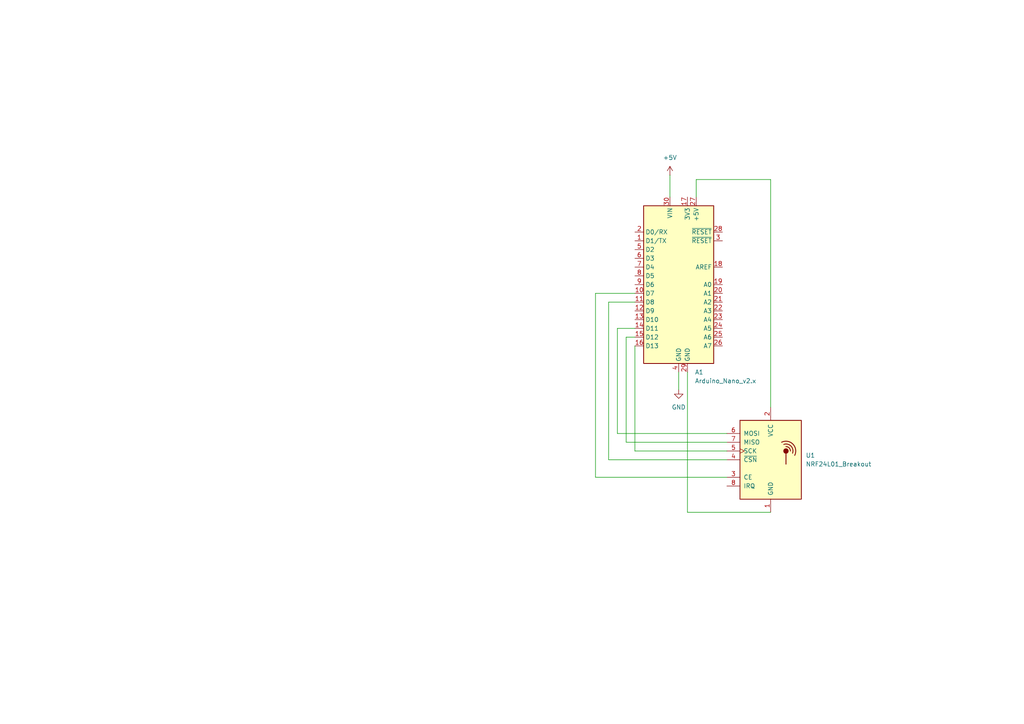
<source format=kicad_sch>
(kicad_sch (version 20250114) (generator "eeschema") (generator_version "9.0")
  (paper "A4")
  (lib_symbols
    (symbol "MCU_Module:Arduino_Nano_v2.x"
      (property "Reference" "A" (at -10.16 23.495 0))
      (property "Value" "Arduino_Nano_v2.x" (at 5.08 -24.13 0))
      (symbol "Arduino_Nano_v2.x_0_1"
        (rectangle (start -10.16 22.86) (end 10.16 -22.86) (stroke (width 0.254)) (fill (type background)))
      )
      (symbol "Arduino_Nano_v2.x_1_1"
        (pin bidirectional line (at -12.7 15.24 0) (length 2.54) (name "D0/RX") (number "2"))
        (pin bidirectional line (at -12.7 12.7 0) (length 2.54) (name "D1/TX") (number "1"))
        (pin bidirectional line (at -12.7 10.16 0) (length 2.54) (name "D2") (number "5"))
        (pin bidirectional line (at -12.7 7.62 0) (length 2.54) (name "D3") (number "6"))
        (pin bidirectional line (at -12.7 5.08 0) (length 2.54) (name "D4") (number "7"))
        (pin bidirectional line (at -12.7 2.54 0) (length 2.54) (name "D5") (number "8"))
        (pin bidirectional line (at -12.7 0 0) (length 2.54) (name "D6") (number "9"))
        (pin bidirectional line (at -12.7 -2.54 0) (length 2.54) (name "D7") (number "10"))
        (pin bidirectional line (at -12.7 -5.08 0) (length 2.54) (name "D8") (number "11"))
        (pin bidirectional line (at -12.7 -7.62 0) (length 2.54) (name "D9") (number "12"))
        (pin bidirectional line (at -12.7 -10.16 0) (length 2.54) (name "D10") (number "13"))
        (pin bidirectional line (at -12.7 -12.7 0) (length 2.54) (name "D11") (number "14"))
        (pin bidirectional line (at -12.7 -15.24 0) (length 2.54) (name "D12") (number "15"))
        (pin bidirectional line (at -12.7 -17.78 0) (length 2.54) (name "D13") (number "16"))
        (pin power_in line (at -2.54 25.4 270) (length 2.54) (name "VIN") (number "30"))
        (pin power_in line (at 0 -25.4 90) (length 2.54) (name "GND") (number "4"))
        (pin power_out line (at 2.54 25.4 270) (length 2.54) (name "3V3") (number "17"))
        (pin power_in line (at 2.54 -25.4 90) (length 2.54) (name "GND") (number "29"))
        (pin power_out line (at 5.08 25.4 270) (length 2.54) (name "+5V") (number "27"))
        (pin input line (at 12.7 15.24 180) (length 2.54) (name "~{RESET}") (number "28"))
        (pin input line (at 12.7 12.7 180) (length 2.54) (name "~{RESET}") (number "3"))
        (pin input line (at 12.7 5.08 180) (length 2.54) (name "AREF") (number "18"))
        (pin bidirectional line (at 12.7 0 180) (length 2.54) (name "A0") (number "19"))
        (pin bidirectional line (at 12.7 -2.54 180) (length 2.54) (name "A1") (number "20"))
        (pin bidirectional line (at 12.7 -5.08 180) (length 2.54) (name "A2") (number "21"))
        (pin bidirectional line (at 12.7 -7.62 180) (length 2.54) (name "A3") (number "22"))
        (pin bidirectional line (at 12.7 -10.16 180) (length 2.54) (name "A4") (number "23"))
        (pin bidirectional line (at 12.7 -12.7 180) (length 2.54) (name "A5") (number "24"))
        (pin bidirectional line (at 12.7 -15.24 180) (length 2.54) (name "A6") (number "25"))
        (pin bidirectional line (at 12.7 -17.78 180) (length 2.54) (name "A7") (number "26"))
      )
    )
    (symbol "RF:NRF24L01_Breakout" (pin_names (offset 1.016))
      (property "Reference" "U" (at -8.89 12.7 0))
      (property "Value" "NRF24L01_Breakout" (at 3.81 12.7 0))
      (symbol "NRF24L01_Breakout_0_1"
        (rectangle (start -8.89 11.43) (end 8.89 -11.43) (stroke (width 0.254)) (fill (type background)))
        (arc (start 3.175 5.08) (mid 6.453 4.548) (end 6.985 1.27) (stroke (width 0.254)))
        (circle (center 4.445 2.54) (radius 0.635) (stroke (width 0.254)) (fill (type outline)))
        (polyline (pts (xy 4.445 1.905) (xy 4.445 -1.27)) (stroke (width 0.254)))
        (arc (start 3.81 4.445) (mid 5.8835 3.9785) (end 6.35 1.905) (stroke (width 0.254)))
        (arc (start 4.445 3.81) (mid 5.3558 3.4508) (end 5.715 2.54) (stroke (width 0.254)))
      )
      (symbol "NRF24L01_Breakout_1_1"
        (pin input line (at -12.7 7.62 0) (length 3.81) (name "MOSI") (number "6"))
        (pin output line (at -12.7 5.08 0) (length 3.81) (name "MISO") (number "7"))
        (pin input clock (at -12.7 2.54 0) (length 3.81) (name "SCK") (number "5"))
        (pin input line (at -12.7 0 0) (length 3.81) (name "~{CSN}") (number "4"))
        (pin input line (at -12.7 -5.08 0) (length 3.81) (name "CE") (number "3"))
        (pin output line (at -12.7 -7.62 0) (length 3.81) (name "IRQ") (number "8"))
        (pin power_in line (at 0 15.24 270) (length 3.81) (name "VCC") (number "2"))
        (pin power_in line (at 0 -15.24 90) (length 3.81) (name "GND") (number "1"))
      )
    )
    (symbol "power:+5V" (power) (pin_numbers (hide yes)) (pin_names (offset 0) (hide yes))
      (property "Value" "+5V" (at 0 3.556 0))
      (symbol "+5V_0_1"
        (polyline (pts (xy -0.762 1.27) (xy 0 2.54)))
        (polyline (pts (xy 0 2.54) (xy 0.762 1.27)))
        (polyline (pts (xy 0 0) (xy 0 2.54)))
      )
      (symbol "+5V_1_1"
        (pin power_in line (at 0 0 90) (length 0) (name "~") (number "1"))
      )
    )
    (symbol "power:GND" (power) (pin_numbers (hide yes)) (pin_names (offset 0) (hide yes))
      (property "Value" "GND" (at 0 -3.81 0))
      (symbol "GND_0_1"
        (polyline (pts (xy 0 0) (xy 0 -1.27) (xy 1.27 -1.27) (xy 0 -2.54) (xy -1.27 -1.27) (xy 0 -1.27)))
      )
      (symbol "GND_1_1"
        (pin power_in line (at 0 0 270) (length 0) (name "~") (number "1"))
      )
    )
  )
  (wire (pts (xy 210.82 130.81) (xy 184.15 130.81)))
  (wire (pts (xy 179.07 125.73) (xy 179.07 95.25)))
  (wire (pts (xy 196.85 107.95) (xy 196.85 113.03)))
  (wire (pts (xy 210.82 128.27) (xy 181.61 128.27)))
  (wire (pts (xy 210.82 138.43) (xy 172.72 138.43)))
  (wire (pts (xy 184.15 100.33) (xy 184.15 130.81)))
  (wire (pts (xy 172.72 138.43) (xy 172.72 85.09)))
  (wire (pts (xy 199.39 107.95) (xy 199.39 148.59)))
  (wire (pts (xy 181.61 97.79) (xy 184.15 97.79)))
  (wire (pts (xy 176.53 133.35) (xy 176.53 87.63)))
  (wire (pts (xy 210.82 125.73) (xy 179.07 125.73)))
  (wire (pts (xy 194.31 50.8) (xy 194.31 57.15)))
  (wire (pts (xy 201.93 57.15) (xy 201.93 52.07)))
  (wire (pts (xy 172.72 85.09) (xy 184.15 85.09)))
  (wire (pts (xy 210.82 133.35) (xy 176.53 133.35)))
  (wire (pts (xy 179.07 95.25) (xy 184.15 95.25)))
  (wire (pts (xy 201.93 52.07) (xy 223.52 52.07)))
  (wire (pts (xy 181.61 128.27) (xy 181.61 97.79)))
  (wire (pts (xy 199.39 148.59) (xy 223.52 148.59)))
  (wire (pts (xy 176.53 87.63) (xy 184.15 87.63)))
  (wire (pts (xy 223.52 52.07) (xy 223.52 118.11)))
  (symbol (lib_id "power:GND") (at 196.85 113.03 0) (unit 1)
    (property "Reference" "#PWR02" (effects (hide yes)))
    (property "Value" "GND" (at 196.85 118.11 0))
    (property "Description" "Power symbol creates a global label with name \"GND\" , ground" (effects (hide yes)))
  )
  (symbol (lib_id "power:+5V") (at 194.31 50.8 0) (unit 1)
    (property "Reference" "#PWR01" (effects (hide yes)))
    (property "Value" "+5V" (at 194.31 45.72 0))
    (property "Description" "Power symbol creates a global label with name \"+5V\"" (effects (hide yes)))
  )
  (symbol (lib_id "MCU_Module:Arduino_Nano_v2.x") (at 196.85 82.55 0) (unit 1)
    (property "Reference" "A1" (at 201.5333 107.95 0) (effects (justify left)))
    (property "Value" "Arduino_Nano_v2.x" (at 201.5333 110.49 0) (effects (justify left)))
    (property "Footprint" "Module:Arduino_Nano" (effects (hide yes)))
    (property "Datasheet" "https://www.arduino.cc/en/uploads/Main/ArduinoNanoManual23.pdf" (effects (hide yes)))
    (property "Description" "Arduino Nano v2.x" (effects (hide yes)))
  )
  (symbol (lib_id "RF:NRF24L01_Breakout") (at 223.52 133.35 0) (unit 1)
    (property "Reference" "U1" (at 233.68 132.0799 0) (effects (justify left)))
    (property "Value" "NRF24L01_Breakout" (at 233.68 134.6199 0) (effects (justify left)))
    (property "Footprint" "RF_Module:nRF24L01_Breakout" (effects (hide yes)))
    (property "Datasheet" "http://www.nordicsemi.com/eng/content/download/2730/34105/file/nRF24L01_Product_Specification_v2_0.pdf" (effects (hide yes)))
    (property "Description" "Ultra low power 2.4GHz RF Transceiver, Carrier PCB" (effects (hide yes)))
  )
)
</source>
